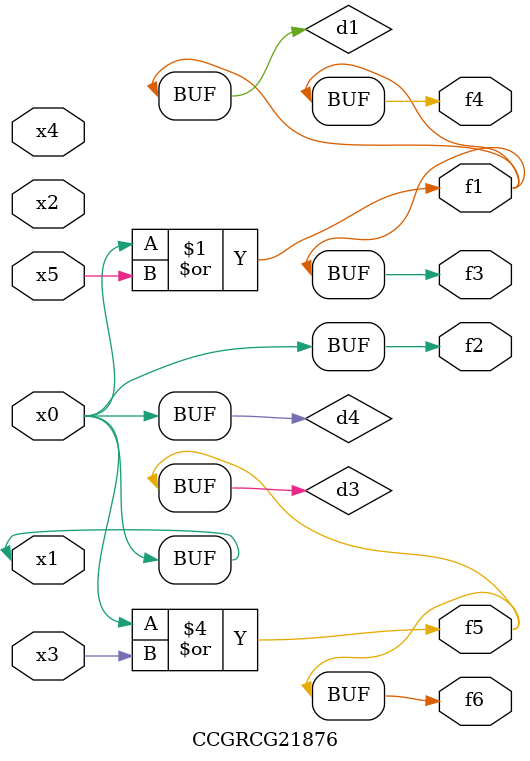
<source format=v>
module CCGRCG21876(
	input x0, x1, x2, x3, x4, x5,
	output f1, f2, f3, f4, f5, f6
);

	wire d1, d2, d3, d4;

	or (d1, x0, x5);
	xnor (d2, x1, x4);
	or (d3, x0, x3);
	buf (d4, x0, x1);
	assign f1 = d1;
	assign f2 = d4;
	assign f3 = d1;
	assign f4 = d1;
	assign f5 = d3;
	assign f6 = d3;
endmodule

</source>
